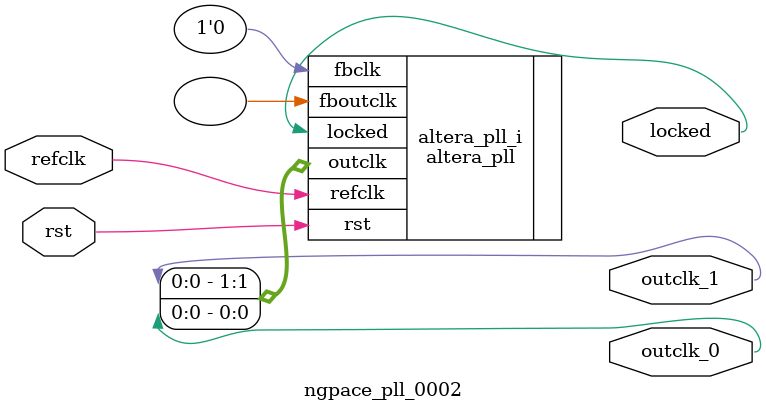
<source format=v>
`timescale 1ns/10ps
module  ngpace_pll_0002(

	// interface 'refclk'
	input wire refclk,

	// interface 'reset'
	input wire rst,

	// interface 'outclk0'
	output wire outclk_0,

	// interface 'outclk1'
	output wire outclk_1,

	// interface 'locked'
	output wire locked
);

	altera_pll #(
		.fractional_vco_multiplier("false"),
		.reference_clock_frequency("24.0 MHz"),
		.operation_mode("normal"),
		.number_of_clocks(2),
		.output_clock_frequency0("100.0 MHz"),
		.phase_shift0("0 ps"),
		.duty_cycle0(50),
		.output_clock_frequency1("166.666666 MHz"),
		.phase_shift1("0 ps"),
		.duty_cycle1(50),
		.output_clock_frequency2("0 MHz"),
		.phase_shift2("0 ps"),
		.duty_cycle2(50),
		.output_clock_frequency3("0 MHz"),
		.phase_shift3("0 ps"),
		.duty_cycle3(50),
		.output_clock_frequency4("0 MHz"),
		.phase_shift4("0 ps"),
		.duty_cycle4(50),
		.output_clock_frequency5("0 MHz"),
		.phase_shift5("0 ps"),
		.duty_cycle5(50),
		.output_clock_frequency6("0 MHz"),
		.phase_shift6("0 ps"),
		.duty_cycle6(50),
		.output_clock_frequency7("0 MHz"),
		.phase_shift7("0 ps"),
		.duty_cycle7(50),
		.output_clock_frequency8("0 MHz"),
		.phase_shift8("0 ps"),
		.duty_cycle8(50),
		.output_clock_frequency9("0 MHz"),
		.phase_shift9("0 ps"),
		.duty_cycle9(50),
		.output_clock_frequency10("0 MHz"),
		.phase_shift10("0 ps"),
		.duty_cycle10(50),
		.output_clock_frequency11("0 MHz"),
		.phase_shift11("0 ps"),
		.duty_cycle11(50),
		.output_clock_frequency12("0 MHz"),
		.phase_shift12("0 ps"),
		.duty_cycle12(50),
		.output_clock_frequency13("0 MHz"),
		.phase_shift13("0 ps"),
		.duty_cycle13(50),
		.output_clock_frequency14("0 MHz"),
		.phase_shift14("0 ps"),
		.duty_cycle14(50),
		.output_clock_frequency15("0 MHz"),
		.phase_shift15("0 ps"),
		.duty_cycle15(50),
		.output_clock_frequency16("0 MHz"),
		.phase_shift16("0 ps"),
		.duty_cycle16(50),
		.output_clock_frequency17("0 MHz"),
		.phase_shift17("0 ps"),
		.duty_cycle17(50),
		.pll_type("General"),
		.pll_subtype("General")
	) altera_pll_i (
		.outclk	({outclk_1, outclk_0}),
		.locked	(locked),
		.fboutclk	( ),
		.fbclk	(1'b0),
		.rst	(rst),
		.refclk	(refclk)
	);
endmodule


</source>
